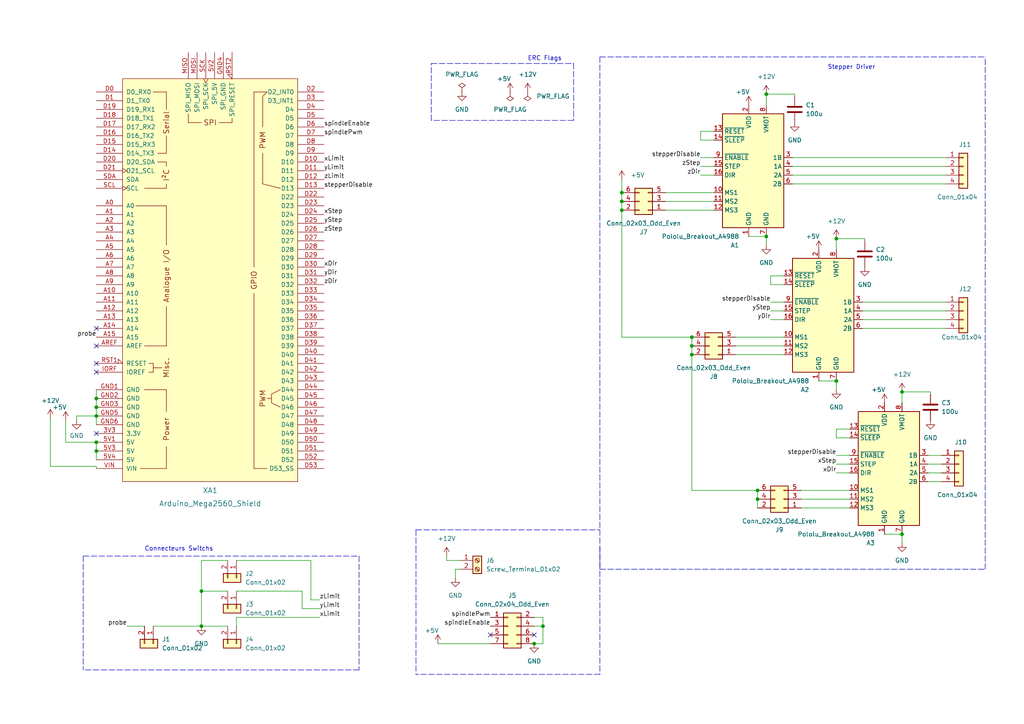
<source format=kicad_sch>
(kicad_sch (version 20211123) (generator eeschema)
  (paper "A4")
  (title_block (title "Carte mère PCBUS") (date "2022-04-15") (rev "1") (company "Équipe PCBUS, Université de Sherbrooke"))
  (lib_symbols
    (symbol "Connector:Screw_Terminal_01x02" (pin_names (offset 1.016) hide)
      (property "Reference" "J" (at 0 2.54 0))
      (property "Value" "Screw_Terminal_01x02" (at 0 -5.08 0))
      (symbol "Screw_Terminal_01x02_1_1"
        (rectangle (start -1.27 1.27) (end 1.27 -3.81) (stroke (width 0.254)) (fill (type background)))
        (circle (center 0 -2.54) (radius 0.635) (stroke (width 0.1524)))
        (polyline (pts (xy -0.5334 -2.2098) (xy 0.3302 -3.048)) (stroke (width 0.1524)))
        (polyline (pts (xy -0.5334 0.3302) (xy 0.3302 -0.508)) (stroke (width 0.1524)))
        (polyline (pts (xy -0.3556 -2.032) (xy 0.508 -2.8702)) (stroke (width 0.1524)))
        (polyline (pts (xy -0.3556 0.508) (xy 0.508 -0.3302)) (stroke (width 0.1524)))
        (circle (center 0 0) (radius 0.635) (stroke (width 0.1524)))
        (pin passive line (at -5.08 0 0) (length 3.81) (name "Pin_1") (number "1"))
        (pin passive line (at -5.08 -2.54 0) (length 3.81) (name "Pin_2") (number "2"))
      )
    )
    (symbol "Connector_Generic:Conn_01x02" (pin_names (offset 1.016) hide)
      (property "Reference" "J" (at 0 2.54 0))
      (property "Value" "Conn_01x02" (at 0 -5.08 0))
      (symbol "Conn_01x02_1_1"
        (rectangle (start -1.27 -2.413) (end 0 -2.667) (stroke (width 0.1524)))
        (rectangle (start -1.27 0.127) (end 0 -0.127) (stroke (width 0.1524)))
        (rectangle (start -1.27 1.27) (end 1.27 -3.81) (stroke (width 0.254)) (fill (type background)))
        (pin passive line (at -5.08 0 0) (length 3.81) (name "Pin_1") (number "1"))
        (pin passive line (at -5.08 -2.54 0) (length 3.81) (name "Pin_2") (number "2"))
      )
    )
    (symbol "Connector_Generic:Conn_01x04" (pin_names (offset 1.016) hide)
      (property "Reference" "J" (at 0 5.08 0))
      (property "Value" "Conn_01x04" (at 0 -7.62 0))
      (symbol "Conn_01x04_1_1"
        (rectangle (start -1.27 -4.953) (end 0 -5.207) (stroke (width 0.1524)))
        (rectangle (start -1.27 -2.413) (end 0 -2.667) (stroke (width 0.1524)))
        (rectangle (start -1.27 0.127) (end 0 -0.127) (stroke (width 0.1524)))
        (rectangle (start -1.27 2.667) (end 0 2.413) (stroke (width 0.1524)))
        (rectangle (start -1.27 3.81) (end 1.27 -6.35) (stroke (width 0.254)) (fill (type background)))
        (pin passive line (at -5.08 2.54 0) (length 3.81) (name "Pin_1") (number "1"))
        (pin passive line (at -5.08 0 0) (length 3.81) (name "Pin_2") (number "2"))
        (pin passive line (at -5.08 -2.54 0) (length 3.81) (name "Pin_3") (number "3"))
        (pin passive line (at -5.08 -5.08 0) (length 3.81) (name "Pin_4") (number "4"))
      )
    )
    (symbol "Connector_Generic:Conn_02x03_Odd_Even" (pin_names (offset 1.016) hide)
      (property "Reference" "J" (at 1.27 5.08 0))
      (property "Value" "Conn_02x03_Odd_Even" (at 1.27 -5.08 0))
      (symbol "Conn_02x03_Odd_Even_1_1"
        (rectangle (start -1.27 -2.413) (end 0 -2.667) (stroke (width 0.1524)))
        (rectangle (start -1.27 0.127) (end 0 -0.127) (stroke (width 0.1524)))
        (rectangle (start -1.27 2.667) (end 0 2.413) (stroke (width 0.1524)))
        (rectangle (start -1.27 3.81) (end 3.81 -3.81) (stroke (width 0.254)) (fill (type background)))
        (rectangle (start 3.81 -2.413) (end 2.54 -2.667) (stroke (width 0.1524)))
        (rectangle (start 3.81 0.127) (end 2.54 -0.127) (stroke (width 0.1524)))
        (rectangle (start 3.81 2.667) (end 2.54 2.413) (stroke (width 0.1524)))
        (pin passive line (at -5.08 2.54 0) (length 3.81) (name "Pin_1") (number "1"))
        (pin passive line (at 7.62 2.54 180) (length 3.81) (name "Pin_2") (number "2"))
        (pin passive line (at -5.08 0 0) (length 3.81) (name "Pin_3") (number "3"))
        (pin passive line (at 7.62 0 180) (length 3.81) (name "Pin_4") (number "4"))
        (pin passive line (at -5.08 -2.54 0) (length 3.81) (name "Pin_5") (number "5"))
        (pin passive line (at 7.62 -2.54 180) (length 3.81) (name "Pin_6") (number "6"))
      )
    )
    (symbol "Connector_Generic:Conn_02x04_Odd_Even" (pin_names (offset 1.016) hide)
      (property "Reference" "J" (at 1.27 5.08 0))
      (property "Value" "Conn_02x04_Odd_Even" (at 1.27 -7.62 0))
      (symbol "Conn_02x04_Odd_Even_1_1"
        (rectangle (start -1.27 -4.953) (end 0 -5.207) (stroke (width 0.1524)))
        (rectangle (start -1.27 -2.413) (end 0 -2.667) (stroke (width 0.1524)))
        (rectangle (start -1.27 0.127) (end 0 -0.127) (stroke (width 0.1524)))
        (rectangle (start -1.27 2.667) (end 0 2.413) (stroke (width 0.1524)))
        (rectangle (start -1.27 3.81) (end 3.81 -6.35) (stroke (width 0.254)) (fill (type background)))
        (rectangle (start 3.81 -4.953) (end 2.54 -5.207) (stroke (width 0.1524)))
        (rectangle (start 3.81 -2.413) (end 2.54 -2.667) (stroke (width 0.1524)))
        (rectangle (start 3.81 0.127) (end 2.54 -0.127) (stroke (width 0.1524)))
        (rectangle (start 3.81 2.667) (end 2.54 2.413) (stroke (width 0.1524)))
        (pin passive line (at -5.08 2.54 0) (length 3.81) (name "Pin_1") (number "1"))
        (pin passive line (at 7.62 2.54 180) (length 3.81) (name "Pin_2") (number "2"))
        (pin passive line (at -5.08 0 0) (length 3.81) (name "Pin_3") (number "3"))
        (pin passive line (at 7.62 0 180) (length 3.81) (name "Pin_4") (number "4"))
        (pin passive line (at -5.08 -2.54 0) (length 3.81) (name "Pin_5") (number "5"))
        (pin passive line (at 7.62 -2.54 180) (length 3.81) (name "Pin_6") (number "6"))
        (pin passive line (at -5.08 -5.08 0) (length 3.81) (name "Pin_7") (number "7"))
        (pin passive line (at 7.62 -5.08 180) (length 3.81) (name "Pin_8") (number "8"))
      )
    )
    (symbol "Device:C" (pin_numbers hide) (pin_names (offset 0.254))
      (property "Reference" "C" (at 0.635 2.54 0))
      (property "Value" "C" (at 0.635 -2.54 0))
      (symbol "C_0_1"
        (polyline (pts (xy -2.032 -0.762) (xy 2.032 -0.762)) (stroke (width 0.508)))
        (polyline (pts (xy -2.032 0.762) (xy 2.032 0.762)) (stroke (width 0.508)))
      )
      (symbol "C_1_1"
        (pin passive line (at 0 3.81 270) (length 2.794) (name "~") (number "1"))
        (pin passive line (at 0 -3.81 90) (length 2.794) (name "~") (number "2"))
      )
    )
    (symbol "Driver_Motor:Pololu_Breakout_A4988"
      (property "Reference" "A" (at -2.54 19.05 0))
      (property "Value" "Pololu_Breakout_A4988" (at -2.54 16.51 0))
      (symbol "Pololu_Breakout_A4988_0_1"
        (rectangle (start 10.16 -17.78) (end -7.62 15.24) (stroke (width 0.254)) (fill (type background)))
      )
      (symbol "Pololu_Breakout_A4988_1_1"
        (pin power_in line (at 0 -20.32 90) (length 2.54) (name "GND") (number "1"))
        (pin input line (at -10.16 -7.62 0) (length 2.54) (name "MS1") (number "10"))
        (pin input line (at -10.16 -10.16 0) (length 2.54) (name "MS2") (number "11"))
        (pin input line (at -10.16 -12.7 0) (length 2.54) (name "MS3") (number "12"))
        (pin input line (at -10.16 10.16 0) (length 2.54) (name "~{RESET}") (number "13"))
        (pin input line (at -10.16 7.62 0) (length 2.54) (name "~{SLEEP}") (number "14"))
        (pin input line (at -10.16 0 0) (length 2.54) (name "STEP") (number "15"))
        (pin input line (at -10.16 -2.54 0) (length 2.54) (name "DIR") (number "16"))
        (pin power_in line (at 0 17.78 270) (length 2.54) (name "VDD") (number "2"))
        (pin output line (at 12.7 2.54 180) (length 2.54) (name "1B") (number "3"))
        (pin output line (at 12.7 0 180) (length 2.54) (name "1A") (number "4"))
        (pin output line (at 12.7 -2.54 180) (length 2.54) (name "2A") (number "5"))
        (pin output line (at 12.7 -5.08 180) (length 2.54) (name "2B") (number "6"))
        (pin power_in line (at 5.08 -20.32 90) (length 2.54) (name "GND") (number "7"))
        (pin power_in line (at 5.08 17.78 270) (length 2.54) (name "VMOT") (number "8"))
        (pin input line (at -10.16 2.54 0) (length 2.54) (name "~{ENABLE}") (number "9"))
      )
    )
    (symbol "arduino:Arduino_Mega2560_Shield" (pin_names (offset 1.016))
      (property "Reference" "XA" (at 2.54 0 90))
      (property "Value" "Arduino_Mega2560_Shield" (at -2.54 0 90))
      (symbol "Arduino_Mega2560_Shield_0_0"
        (rectangle (start -25.4 -58.42) (end 25.4 58.42) (fill (type background)))
        (rectangle (start -20.32 -54.61) (end -12.7 -54.61))
        (rectangle (start -19.05 -31.75) (end -12.7 -31.75))
        (rectangle (start -19.05 -19.05) (end -12.7 -19.05))
        (rectangle (start -19.05 26.67) (end -12.7 26.67))
        (rectangle (start -17.78 -26.67) (end -16.51 -26.67))
        (rectangle (start -17.78 -24.13) (end -16.51 -24.13))
        (rectangle (start -16.51 -25.4) (end -13.97 -25.4))
        (rectangle (start -16.51 -24.13) (end -16.51 -26.67))
        (rectangle (start -16.51 54.61) (end -12.7 54.61))
        (rectangle (start -15.24 34.29) (end -12.7 34.29))
        (rectangle (start -15.24 36.83) (end -12.7 36.83))
        (rectangle (start -12.7 -54.61) (end -12.7 -48.26))
        (rectangle (start -12.7 -31.75) (end -12.7 -38.1))
        (rectangle (start -12.7 26.67) (end -12.7 27.94))
        (rectangle (start -12.7 34.29) (end -12.7 33.02))
        (rectangle (start -12.7 41.91) (end -12.7 36.83))
        (rectangle (start -12.7 49.53) (end -12.7 54.61))
        (rectangle (start -6.35 48.26) (end -6.35 45.72))
        (rectangle (start -2.54 45.72) (end -6.35 45.72))
        (polyline (pts (xy -21.59 21.59) (xy -12.7 21.59)))
        (polyline (pts (xy -12.7 -19.05) (xy -12.7 -7.62)))
        (polyline (pts (xy -12.7 10.16) (xy -12.7 21.59)))
        (polyline (pts (xy 12.7 -54.61) (xy 16.51 -54.61)))
        (polyline (pts (xy 12.7 54.61) (xy 16.51 54.61)))
        (polyline (pts (xy 17.78 -34.29) (xy 16.51 -34.29)))
        (polyline (pts (xy 15.24 36.83) (xy 15.24 27.94) (xy 20.32 26.67)))
        (polyline (pts (xy 15.24 44.45) (xy 15.24 53.34) (xy 16.51 54.61)))
        (polyline (pts (xy 20.32 -31.75) (xy 17.78 -33.02) (xy 17.78 -35.56) (xy 20.32 -36.83)))
        (rectangle (start 6.35 45.72) (end 2.54 45.72))
        (rectangle (start 6.35 46.99) (end 6.35 45.72))
        (text "Analogue I/O" (at -12.7 1.27 900) (effects (font (size 1.524 1.524))))
        (text "I²C" (at -12.7 30.48 900) (effects (font (size 1.524 1.524))))
        (text "Misc." (at -12.7 -25.4 900) (effects (font (size 1.524 1.524))))
        (text "Power" (at -12.7 -43.18 900) (effects (font (size 1.524 1.524))))
        (text "PWM" (at 15.24 -34.29 900) (effects (font (size 1.524 1.524))))
        (text "PWM" (at 15.24 40.64 900) (effects (font (size 1.524 1.524))))
        (text "Serial" (at -12.7 45.72 900) (effects (font (size 1.524 1.524))))
        (text "SPI" (at 0 45.72 0) (effects (font (size 1.524 1.524))))
      )
      (symbol "Arduino_Mega2560_Shield_1_0"
        (rectangle (start 12.7 -54.61) (end 12.7 -3.81))
        (rectangle (start 12.7 54.61) (end 12.7 3.81))
        (text "GPIO" (at 12.7 0 900) (effects (font (size 1.524 1.524))))
      )
      (symbol "Arduino_Mega2560_Shield_1_1"
        (pin power_in line (at -33.02 -44.45 0) (length 7.62) (name "3.3V") (number "3V3"))
        (pin power_in line (at -33.02 -46.99 0) (length 7.62) (name "5V") (number "5V1"))
        (pin power_in line (at 1.27 66.04 270) (length 7.62) (name "SPI_5V") (number "5V2"))
        (pin power_in line (at -33.02 -49.53 0) (length 7.62) (name "5V") (number "5V3"))
        (pin power_in line (at -33.02 -52.07 0) (length 7.62) (name "5V") (number "5V4"))
        (pin bidirectional line (at -33.02 21.59 0) (length 7.62) (name "A0") (number "A0"))
        (pin bidirectional line (at -33.02 19.05 0) (length 7.62) (name "A1") (number "A1"))
        (pin bidirectional line (at -33.02 -3.81 0) (length 7.62) (name "A10") (number "A10"))
        (pin bidirectional line (at -33.02 -6.35 0) (length 7.62) (name "A11") (number "A11"))
        (pin bidirectional line (at -33.02 -8.89 0) (length 7.62) (name "A12") (number "A12"))
        (pin bidirectional line (at -33.02 -11.43 0) (length 7.62) (name "A13") (number "A13"))
        (pin bidirectional line (at -33.02 -13.97 0) (length 7.62) (name "A14") (number "A14"))
        (pin bidirectional line (at -33.02 -16.51 0) (length 7.62) (name "A15") (number "A15"))
        (pin bidirectional line (at -33.02 16.51 0) (length 7.62) (name "A2") (number "A2"))
        (pin bidirectional line (at -33.02 13.97 0) (length 7.62) (name "A3") (number "A3"))
        (pin bidirectional line (at -33.02 11.43 0) (length 7.62) (name "A4") (number "A4"))
        (pin bidirectional line (at -33.02 8.89 0) (length 7.62) (name "A5") (number "A5"))
        (pin bidirectional line (at -33.02 6.35 0) (length 7.62) (name "A6") (number "A6"))
        (pin bidirectional line (at -33.02 3.81 0) (length 7.62) (name "A7") (number "A7"))
        (pin bidirectional line (at -33.02 1.27 0) (length 7.62) (name "A8") (number "A8"))
        (pin bidirectional line (at -33.02 -1.27 0) (length 7.62) (name "A9") (number "A9"))
        (pin input line (at -33.02 -19.05 0) (length 7.62) (name "AREF") (number "AREF"))
        (pin bidirectional line (at -33.02 54.61 0) (length 7.62) (name "D0_RX0") (number "D0"))
        (pin bidirectional line (at -33.02 52.07 0) (length 7.62) (name "D1_TX0") (number "D1"))
        (pin bidirectional line (at 33.02 34.29 180) (length 7.62) (name "D10") (number "D10"))
        (pin bidirectional line (at 33.02 31.75 180) (length 7.62) (name "D11") (number "D11"))
        (pin bidirectional line (at 33.02 29.21 180) (length 7.62) (name "D12") (number "D12"))
        (pin bidirectional line (at 33.02 26.67 180) (length 7.62) (name "D13") (number "D13"))
        (pin bidirectional line (at -33.02 36.83 0) (length 7.62) (name "D14_TX3") (number "D14"))
        (pin bidirectional line (at -33.02 39.37 0) (length 7.62) (name "D15_RX3") (number "D15"))
        (pin bidirectional line (at -33.02 41.91 0) (length 7.62) (name "D16_TX2") (number "D16"))
        (pin bidirectional line (at -33.02 44.45 0) (length 7.62) (name "D17_RX2") (number "D17"))
        (pin bidirectional line (at -33.02 46.99 0) (length 7.62) (name "D18_TX1") (number "D18"))
        (pin bidirectional line (at -33.02 49.53 0) (length 7.62) (name "D19_RX1") (number "D19"))
        (pin bidirectional line (at 33.02 54.61 180) (length 7.62) (name "D2_INT0") (number "D2"))
        (pin bidirectional line (at -33.02 34.29 0) (length 7.62) (name "D20_SDA") (number "D20"))
        (pin bidirectional clock (at -33.02 31.75 0) (length 7.62) (name "D21_SCL") (number "D21"))
        (pin bidirectional line (at 33.02 24.13 180) (length 7.62) (name "D22") (number "D22"))
        (pin bidirectional line (at 33.02 21.59 180) (length 7.62) (name "D23") (number "D23"))
        (pin bidirectional line (at 33.02 19.05 180) (length 7.62) (name "D24") (number "D24"))
        (pin bidirectional line (at 33.02 16.51 180) (length 7.62) (name "D25") (number "D25"))
        (pin bidirectional line (at 33.02 13.97 180) (length 7.62) (name "D26") (number "D26"))
        (pin bidirectional line (at 33.02 11.43 180) (length 7.62) (name "D27") (number "D27"))
        (pin bidirectional line (at 33.02 8.89 180) (length 7.62) (name "D28") (number "D28"))
        (pin bidirectional line (at 33.02 6.35 180) (length 7.62) (name "D29") (number "D29"))
        (pin bidirectional line (at 33.02 52.07 180) (length 7.62) (name "D3_INT1") (number "D3"))
        (pin bidirectional line (at 33.02 3.81 180) (length 7.62) (name "D30") (number "D30"))
        (pin bidirectional line (at 33.02 1.27 180) (length 7.62) (name "D31") (number "D31"))
        (pin bidirectional line (at 33.02 -1.27 180) (length 7.62) (name "D32") (number "D32"))
        (pin bidirectional line (at 33.02 -3.81 180) (length 7.62) (name "D33") (number "D33"))
        (pin bidirectional line (at 33.02 -6.35 180) (length 7.62) (name "D34") (number "D34"))
        (pin bidirectional line (at 33.02 -8.89 180) (length 7.62) (name "D35") (number "D35"))
        (pin bidirectional line (at 33.02 -11.43 180) (length 7.62) (name "D36") (number "D36"))
        (pin bidirectional line (at 33.02 -13.97 180) (length 7.62) (name "D37") (number "D37"))
        (pin bidirectional line (at 33.02 -16.51 180) (length 7.62) (name "D38") (number "D38"))
        (pin bidirectional line (at 33.02 -19.05 180) (length 7.62) (name "D39") (number "D39"))
        (pin bidirectional line (at 33.02 49.53 180) (length 7.62) (name "D4") (number "D4"))
        (pin bidirectional line (at 33.02 -21.59 180) (length 7.62) (name "D40") (number "D40"))
        (pin bidirectional line (at 33.02 -24.13 180) (length 7.62) (name "D41") (number "D41"))
        (pin bidirectional line (at 33.02 -26.67 180) (length 7.62) (name "D42") (number "D42"))
        (pin bidirectional line (at 33.02 -29.21 180) (length 7.62) (name "D43") (number "D43"))
        (pin bidirectional line (at 33.02 -31.75 180) (length 7.62) (name "D44") (number "D44"))
        (pin bidirectional line (at 33.02 -34.29 180) (length 7.62) (name "D45") (number "D45"))
        (pin bidirectional line (at 33.02 -36.83 180) (length 7.62) (name "D46") (number "D46"))
        (pin bidirectional line (at 33.02 -39.37 180) (length 7.62) (name "D47") (number "D47"))
        (pin bidirectional line (at 33.02 -41.91 180) (length 7.62) (name "D48") (number "D48"))
        (pin bidirectional line (at 33.02 -44.45 180) (length 7.62) (name "D49") (number "D49"))
        (pin bidirectional line (at 33.02 46.99 180) (length 7.62) (name "D5") (number "D5"))
        (pin bidirectional line (at 33.02 -46.99 180) (length 7.62) (name "D50") (number "D50"))
        (pin bidirectional line (at 33.02 -49.53 180) (length 7.62) (name "D51") (number "D51"))
        (pin bidirectional line (at 33.02 -52.07 180) (length 7.62) (name "D52") (number "D52"))
        (pin bidirectional line (at 33.02 -54.61 180) (length 7.62) (name "D53_SS") (number "D53"))
        (pin bidirectional line (at 33.02 44.45 180) (length 7.62) (name "D6") (number "D6"))
        (pin bidirectional line (at 33.02 41.91 180) (length 7.62) (name "D7") (number "D7"))
        (pin bidirectional line (at 33.02 39.37 180) (length 7.62) (name "D8") (number "D8"))
        (pin bidirectional line (at 33.02 36.83 180) (length 7.62) (name "D9") (number "D9"))
        (pin power_in line (at -33.02 -31.75 0) (length 7.62) (name "GND") (number "GND1"))
        (pin power_in line (at -33.02 -34.29 0) (length 7.62) (name "GND") (number "GND2"))
        (pin power_in line (at -33.02 -36.83 0) (length 7.62) (name "GND") (number "GND3"))
        (pin power_in line (at 3.81 66.04 270) (length 7.62) (name "SPI_GND") (number "GND4"))
        (pin power_in line (at -33.02 -39.37 0) (length 7.62) (name "GND") (number "GND5"))
        (pin power_in line (at -33.02 -41.91 0) (length 7.62) (name "GND") (number "GND6"))
        (pin output line (at -33.02 -26.67 0) (length 7.62) (name "IOREF") (number "IORF"))
        (pin input line (at -6.35 66.04 270) (length 7.62) (name "SPI_MISO") (number "MISO"))
        (pin output line (at -3.81 66.04 270) (length 7.62) (name "SPI_MOSI") (number "MOSI"))
        (pin open_collector input_low (at -33.02 -24.13 0) (length 7.62) (name "RESET") (number "RST1"))
        (pin open_collector input_low (at 6.35 66.04 270) (length 7.62) (name "SPI_RESET") (number "RST2"))
        (pin output clock (at -1.27 66.04 270) (length 7.62) (name "SPI_SCK") (number "SCK"))
        (pin bidirectional clock (at -33.02 26.67 0) (length 7.62) (name "SCL") (number "SCL"))
        (pin bidirectional line (at -33.02 29.21 0) (length 7.62) (name "SDA") (number "SDA"))
        (pin power_in line (at -33.02 -54.61 0) (length 7.62) (name "VIN") (number "VIN"))
      )
    )
    (symbol "power:+12V" (power) (pin_names (offset 0))
      (property "Value" "+12V" (at 0 3.556 0))
      (symbol "+12V_0_1"
        (polyline (pts (xy -0.762 1.27) (xy 0 2.54)))
        (polyline (pts (xy 0 0) (xy 0 2.54)))
        (polyline (pts (xy 0 2.54) (xy 0.762 1.27)))
      )
      (symbol "+12V_1_1"
        (pin power_in line (at 0 0 90) (length 0) hide (name "+12V") (number "1"))
      )
    )
    (symbol "power:+5V" (power) (pin_names (offset 0))
      (property "Value" "+5V" (at 0 3.556 0))
      (symbol "+5V_0_1"
        (polyline (pts (xy -0.762 1.27) (xy 0 2.54)))
        (polyline (pts (xy 0 0) (xy 0 2.54)))
        (polyline (pts (xy 0 2.54) (xy 0.762 1.27)))
      )
      (symbol "+5V_1_1"
        (pin power_in line (at 0 0 90) (length 0) hide (name "+5V") (number "1"))
      )
    )
    (symbol "power:GND" (power) (pin_names (offset 0))
      (property "Value" "GND" (at 0 -3.81 0))
      (symbol "GND_0_1"
        (polyline (pts (xy 0 0) (xy 0 -1.27) (xy 1.27 -1.27) (xy 0 -2.54) (xy -1.27 -1.27) (xy 0 -1.27)))
      )
      (symbol "GND_1_1"
        (pin power_in line (at 0 0 270) (length 0) hide (name "GND") (number "1"))
      )
    )
    (symbol "power:PWR_FLAG" (power) (pin_numbers hide) (pin_names (offset 0) hide)
      (property "Value" "PWR_FLAG" (at 0 3.81 0))
      (symbol "PWR_FLAG_0_0"
        (pin power_out line (at 0 0 90) (length 0) (name "pwr") (number "1"))
      )
      (symbol "PWR_FLAG_0_1"
        (polyline (pts (xy 0 0) (xy 0 1.27) (xy -1.016 1.905) (xy 0 2.54) (xy 1.016 1.905) (xy 0 1.27)))
      )
    )
  )
  (junction (at 58.42 171.45))
  (junction (at 27.94 118.11))
  (junction (at 200.66 102.87))
  (junction (at 200.66 97.79))
  (junction (at 222.25 68.58))
  (junction (at 261.62 113.665))
  (junction (at 27.94 115.57))
  (junction (at 242.57 69.215))
  (junction (at 200.66 100.33))
  (junction (at 180.34 58.42))
  (junction (at 180.34 60.96))
  (junction (at 27.94 120.65))
  (junction (at 261.62 154.94))
  (junction (at 219.71 142.24))
  (junction (at 242.57 110.49))
  (junction (at 219.71 144.78))
  (junction (at 27.94 128.27))
  (junction (at 27.94 130.81))
  (junction (at 180.34 55.88))
  (junction (at 154.94 186.69))
  (junction (at 58.42 181.61))
  (junction (at 157.48 181.61))
  (junction (at 222.25 27.305))
  (no_connect (at 27.94 105.41))
  (no_connect (at 27.94 100.33))
  (no_connect (at 27.94 125.73))
  (no_connect (at 154.94 184.15))
  (no_connect (at 142.24 184.15))
  (no_connect (at 27.94 107.95))
  (no_connect (at 27.94 95.25))
  (wire (pts (xy 237.49 110.49) (xy 242.57 110.49)))
  (wire (pts (xy 242.57 132.08) (xy 246.38 132.08)))
  (polyline (pts (xy 173.99 158.75) (xy 173.99 195.58)))
  (polyline (pts (xy 173.99 195.58) (xy 120.65 195.58)))
  (wire (pts (xy 22.225 120.65) (xy 22.225 121.92)))
  (wire (pts (xy 242.57 124.46) (xy 246.38 124.46)))
  (polyline (pts (xy 24.13 161.29) (xy 24.13 194.31)))
  (polyline (pts (xy 285.75 165.1) (xy 285.75 16.51)))
  (wire (pts (xy 250.19 92.71) (xy 274.32 92.71)))
  (wire (pts (xy 207.01 40.64) (xy 203.2 40.64)))
  (wire (pts (xy 157.48 186.69) (xy 154.94 186.69)))
  (wire (pts (xy 203.2 45.72) (xy 207.01 45.72)))
  (wire (pts (xy 250.19 95.25) (xy 274.32 95.25)))
  (wire (pts (xy 230.505 27.305) (xy 230.505 27.94)))
  (polyline (pts (xy 173.99 165.1) (xy 285.75 165.1)))
  (wire (pts (xy 227.33 100.33) (xy 213.36 100.33)))
  (wire (pts (xy 68.58 179.07) (xy 68.58 181.61)))
  (wire (pts (xy 207.01 55.88) (xy 193.04 55.88)))
  (polyline (pts (xy 173.99 16.51) (xy 285.75 16.51)))
  (wire (pts (xy 207.01 60.96) (xy 193.04 60.96)))
  (wire (pts (xy 58.42 162.56) (xy 58.42 171.45)))
  (wire (pts (xy 27.94 120.65) (xy 22.225 120.65)))
  (wire (pts (xy 27.94 130.81) (xy 27.94 133.35)))
  (wire (pts (xy 261.62 113.665) (xy 261.62 116.84)))
  (wire (pts (xy 58.42 181.61) (xy 66.04 181.61)))
  (wire (pts (xy 203.2 50.8) (xy 207.01 50.8)))
  (wire (pts (xy 222.25 68.58) (xy 222.25 71.12)))
  (wire (pts (xy 242.57 69.215) (xy 242.57 72.39)))
  (wire (pts (xy 127 186.69) (xy 142.24 186.69)))
  (wire (pts (xy 219.71 142.24) (xy 200.66 142.24)))
  (wire (pts (xy 133.35 165.1) (xy 132.08 165.1)))
  (polyline (pts (xy 166.37 34.925) (xy 125.095 34.925)))
  (wire (pts (xy 129.54 162.56) (xy 129.54 161.29)))
  (wire (pts (xy 36.83 181.61) (xy 41.91 181.61)))
  (polyline (pts (xy 125.095 34.925) (xy 125.095 18.415)))
  (wire (pts (xy 222.25 27.305) (xy 230.505 27.305)))
  (polyline (pts (xy 104.14 194.31) (xy 24.13 194.31)))
  (wire (pts (xy 250.825 69.215) (xy 250.825 69.85)))
  (wire (pts (xy 242.57 127) (xy 242.57 124.46)))
  (wire (pts (xy 157.48 181.61) (xy 157.48 186.69)))
  (wire (pts (xy 229.87 53.34) (xy 274.32 53.34)))
  (wire (pts (xy 227.33 102.87) (xy 213.36 102.87)))
  (wire (pts (xy 132.08 165.1) (xy 132.08 167.64)))
  (wire (pts (xy 92.71 176.53) (xy 87.63 176.53)))
  (wire (pts (xy 200.66 142.24) (xy 200.66 102.87)))
  (wire (pts (xy 27.94 123.19) (xy 27.94 120.65)))
  (wire (pts (xy 269.24 137.16) (xy 273.05 137.16)))
  (wire (pts (xy 256.54 154.94) (xy 261.62 154.94)))
  (polyline (pts (xy 120.65 158.75) (xy 120.65 195.58)))
  (polyline (pts (xy 24.13 161.29) (xy 104.14 161.29)))
  (wire (pts (xy 180.34 60.96) (xy 180.34 58.42)))
  (wire (pts (xy 261.62 154.94) (xy 261.62 157.48)))
  (wire (pts (xy 250.19 87.63) (xy 274.32 87.63)))
  (wire (pts (xy 157.48 181.61) (xy 157.48 179.07)))
  (wire (pts (xy 154.94 181.61) (xy 157.48 181.61)))
  (wire (pts (xy 133.35 162.56) (xy 129.54 162.56)))
  (polyline (pts (xy 125.095 18.415) (xy 166.37 18.415)))
  (wire (pts (xy 219.71 147.32) (xy 219.71 144.78)))
  (wire (pts (xy 229.87 48.26) (xy 274.32 48.26)))
  (polyline (pts (xy 166.37 18.415) (xy 166.37 34.925)))
  (wire (pts (xy 27.94 128.27) (xy 27.94 130.81)))
  (wire (pts (xy 261.62 113.665) (xy 269.875 113.665)))
  (wire (pts (xy 87.63 176.53) (xy 87.63 171.45)))
  (wire (pts (xy 229.87 50.8) (xy 274.32 50.8)))
  (wire (pts (xy 66.04 171.45) (xy 58.42 171.45)))
  (wire (pts (xy 154.94 179.07) (xy 157.48 179.07)))
  (wire (pts (xy 19.05 121.92) (xy 19.05 128.27)))
  (polyline (pts (xy 173.99 16.51) (xy 173.99 165.1)))
  (polyline (pts (xy 120.65 153.67) (xy 173.99 153.67)))
  (wire (pts (xy 180.34 58.42) (xy 180.34 55.88)))
  (wire (pts (xy 227.33 82.55) (xy 223.52 82.55)))
  (wire (pts (xy 203.2 38.1) (xy 207.01 38.1)))
  (wire (pts (xy 90.17 173.99) (xy 90.17 162.56)))
  (wire (pts (xy 66.04 162.56) (xy 58.42 162.56)))
  (wire (pts (xy 269.24 139.7) (xy 273.05 139.7)))
  (wire (pts (xy 27.94 135.255) (xy 27.94 135.89)))
  (wire (pts (xy 242.57 137.16) (xy 246.38 137.16)))
  (wire (pts (xy 269.24 134.62) (xy 273.05 134.62)))
  (wire (pts (xy 92.71 173.99) (xy 90.17 173.99)))
  (wire (pts (xy 246.38 144.78) (xy 232.41 144.78)))
  (wire (pts (xy 222.25 27.305) (xy 222.25 30.48)))
  (wire (pts (xy 44.45 181.61) (xy 58.42 181.61)))
  (wire (pts (xy 14.605 121.285) (xy 14.605 135.255)))
  (polyline (pts (xy 120.65 153.67) (xy 120.65 158.75)))
  (wire (pts (xy 242.57 110.49) (xy 242.57 113.03)))
  (wire (pts (xy 203.2 40.64) (xy 203.2 38.1)))
  (wire (pts (xy 223.52 80.01) (xy 227.33 80.01)))
  (wire (pts (xy 87.63 171.45) (xy 68.58 171.45)))
  (wire (pts (xy 200.66 100.33) (xy 200.66 102.87)))
  (wire (pts (xy 242.57 69.215) (xy 250.825 69.215)))
  (wire (pts (xy 27.94 113.03) (xy 27.94 115.57)))
  (wire (pts (xy 200.66 97.79) (xy 200.66 100.33)))
  (wire (pts (xy 219.71 142.24) (xy 219.71 144.78)))
  (wire (pts (xy 19.05 128.27) (xy 27.94 128.27)))
  (wire (pts (xy 58.42 171.45) (xy 58.42 181.61)))
  (wire (pts (xy 246.38 127) (xy 242.57 127)))
  (wire (pts (xy 92.71 179.07) (xy 68.58 179.07)))
  (wire (pts (xy 27.94 118.11) (xy 27.94 120.65)))
  (wire (pts (xy 269.24 132.08) (xy 273.05 132.08)))
  (wire (pts (xy 227.33 97.79) (xy 213.36 97.79)))
  (wire (pts (xy 14.605 135.255) (xy 27.94 135.255)))
  (wire (pts (xy 203.2 48.26) (xy 207.01 48.26)))
  (wire (pts (xy 27.94 115.57) (xy 27.94 118.11)))
  (wire (pts (xy 223.52 90.17) (xy 227.33 90.17)))
  (wire (pts (xy 246.38 147.32) (xy 232.41 147.32)))
  (wire (pts (xy 180.34 52.07) (xy 180.34 55.88)))
  (polyline (pts (xy 104.14 161.29) (xy 104.14 194.31)))
  (wire (pts (xy 242.57 134.62) (xy 246.38 134.62)))
  (wire (pts (xy 223.52 92.71) (xy 227.33 92.71)))
  (wire (pts (xy 180.34 97.79) (xy 200.66 97.79)))
  (wire (pts (xy 223.52 82.55) (xy 223.52 80.01)))
  (wire (pts (xy 180.34 60.96) (xy 180.34 97.79)))
  (wire (pts (xy 217.17 68.58) (xy 222.25 68.58)))
  (wire (pts (xy 229.87 45.72) (xy 274.32 45.72)))
  (wire (pts (xy 269.875 113.665) (xy 269.875 114.3)))
  (wire (pts (xy 90.17 162.56) (xy 68.58 162.56)))
  (wire (pts (xy 207.01 58.42) (xy 193.04 58.42)))
  (wire (pts (xy 250.19 90.17) (xy 274.32 90.17)))
  (wire (pts (xy 246.38 142.24) (xy 232.41 142.24)))
  (wire (pts (xy 223.52 87.63) (xy 227.33 87.63)))
  (text "Stepper Driver" (at 240.03 20.32 0) (effects (font (size 1.27 1.27)) (justify left bottom)))
  (text "ERC Flags" (at 153.035 17.78 0) (effects (font (size 1.27 1.27)) (justify left bottom)))
  (text "Connecteurs Switchs" (at 41.91 160.02 0) (effects (font (size 1.27 1.27)) (justify left bottom)))
  (label "spindleEnable" (at 93.98 36.83 0))
  (label "xStep" (at 93.98 62.23 0))
  (label "spindlePwm" (at 142.24 179.07 180))
  (label "probe" (at 36.83 181.61 180))
  (label "zDir" (at 203.2 50.8 180))
  (label "spindlePwm" (at 93.98 39.37 0))
  (label "stepperDisable" (at 93.98 54.61 0))
  (label "probe" (at 27.94 97.79 180))
  (label "xLimit" (at 93.98 46.99 0))
  (label "zDir" (at 93.98 82.55 0))
  (label "stepperDisable" (at 223.52 87.63 180))
  (label "xStep" (at 242.57 134.62 180))
  (label "stepperDisable" (at 242.57 132.08 180))
  (label "yDir" (at 223.52 92.71 180))
  (label "yDir" (at 93.98 80.01 0))
  (label "yLimit" (at 93.98 49.53 0))
  (label "yLimit" (at 92.71 176.53 0))
  (label "zStep" (at 93.98 67.31 0))
  (label "xDir" (at 93.98 77.47 0))
  (label "xDir" (at 242.57 137.16 180))
  (label "stepperDisable" (at 203.2 45.72 180))
  (label "zLimit" (at 93.98 52.07 0))
  (label "zLimit" (at 92.71 173.99 0))
  (label "yStep" (at 93.98 64.77 0))
  (label "spindleEnable" (at 142.24 181.61 180))
  (label "yStep" (at 223.52 90.17 180))
  (label "zStep" (at 203.2 48.26 180))
  (label "xLimit" (at 92.71 179.07 0))
  (symbol (lib_id "power:PWR_FLAG") (at 153.035 26.67 180) (unit 1)
    (property "Reference" "#FLG03" (effects hide))
    (property "Value" "PWR_FLAG" (at 155.575 27.9399 0) (effects (justify right)))
  )
  (symbol (lib_id "power:PWR_FLAG") (at 147.955 26.67 180) (unit 1)
    (property "Reference" "#FLG02" (effects hide))
    (property "Value" "PWR_FLAG" (at 147.955 31.75 0))
  )
  (symbol (lib_id "power:PWR_FLAG") (at 133.985 26.67 0) (unit 1)
    (property "Reference" "#FLG01" (effects hide))
    (property "Value" "PWR_FLAG" (at 133.985 21.59 0))
  )
  (symbol (lib_id "power:+12V") (at 153.035 26.67 0) (unit 1)
    (property "Reference" "#PWR03" (effects hide))
    (property "Value" "+12V" (at 153.035 21.59 0))
  )
  (symbol (lib_id "power:+5V") (at 147.955 26.67 0) (mirror y) (unit 1)
    (property "Reference" "#PWR02" (effects hide))
    (property "Value" "+5V" (at 144.145 22.86 0) (effects (justify right)))
  )
  (symbol (lib_id "Driver_Motor:Pololu_Breakout_A4988") (at 217.17 48.26 0) (unit 1)
    (property "Reference" "A1" (at 214.4013 71.12 0) (effects (justify right)))
    (property "Value" "Pololu_Breakout_A4988" (at 214.4013 68.58 0) (effects (justify right)))
    (property "Footprint" "Module:Pololu_Breakout-16_15.2x20.3mm" (effects hide))
    (property "Datasheet" "https://www.pololu.com/product/2980/pictures" (effects hide))
  )
  (symbol (lib_id "power:+12V") (at 222.25 27.305 0) (unit 1)
    (property "Reference" "#PWR0108" (effects hide))
    (property "Value" "+12V" (at 222.25 22.225 0))
  )
  (symbol (lib_id "Device:C") (at 250.825 73.66 0) (unit 1)
    (property "Reference" "C2" (at 254 72.3899 0) (effects (justify left)))
    (property "Value" "100u" (at 254 74.9299 0) (effects (justify left)))
    (property "Footprint" "Capacitor_THT:CP_Radial_D8.0mm_P3.50mm" (effects hide))
  )
  (symbol (lib_id "Connector_Generic:Conn_02x04_Odd_Even") (at 147.32 181.61 0) (unit 1)
    (property "Reference" "J5" (at 148.59 172.72 0))
    (property "Value" "Conn_02x04_Odd_Even" (at 148.59 175.26 0))
  )
  (symbol (lib_id "Connector_Generic:Conn_02x03_Odd_Even") (at 208.28 100.33 180) (unit 1)
    (property "Reference" "J8" (at 207.01 109.22 0))
    (property "Value" "Conn_02x03_Odd_Even" (at 207.01 106.68 0))
    (property "Footprint" "Connector_PinHeader_2.54mm:PinHeader_2x03_P2.54mm_Vertical" (effects hide))
  )
  (symbol (lib_id "power:+5V") (at 127 186.69 0) (mirror y) (unit 1)
    (property "Reference" "#PWR04" (effects hide))
    (property "Value" "+5V" (at 123.19 182.88 0) (effects (justify right)))
  )
  (symbol (lib_id "power:+5V") (at 237.49 72.39 0) (mirror y) (unit 1)
    (property "Reference" "#PWR0106" (effects hide))
    (property "Value" "+5V" (at 233.68 68.58 0) (effects (justify right)))
  )
  (symbol (lib_id "Connector_Generic:Conn_01x04") (at 278.13 134.62 0) (unit 1)
    (property "Reference" "J10" (at 276.86 128.27 0) (effects (justify left)))
    (property "Value" "Conn_01x04" (at 271.78 143.51 0) (effects (justify left)))
    (property "Footprint" "Connector_PinHeader_2.54mm:PinHeader_1x04_P2.54mm_Vertical" (effects hide))
  )
  (symbol (lib_id "power:GND") (at 261.62 157.48 0) (unit 1)
    (property "Reference" "#PWR0101" (effects hide))
    (property "Value" "GND" (at 261.62 162.56 0))
  )
  (symbol (lib_id "Device:C") (at 230.505 31.75 0) (unit 1)
    (property "Reference" "C1" (at 233.68 30.4799 0) (effects (justify left)))
    (property "Value" "100u" (at 233.68 33.0199 0) (effects (justify left)))
    (property "Footprint" "Capacitor_THT:CP_Radial_D8.0mm_P3.50mm" (effects hide))
  )
  (symbol (lib_id "power:GND") (at 22.225 121.92 0) (unit 1)
    (property "Reference" "#PWR0114" (effects hide))
    (property "Value" "GND" (at 22.225 126.365 0))
  )
  (symbol (lib_id "power:GND") (at 222.25 71.12 0) (unit 1)
    (property "Reference" "#PWR0105" (effects hide))
    (property "Value" "GND" (at 222.25 76.2 0))
  )
  (symbol (lib_id "power:GND") (at 132.08 167.64 0) (unit 1)
    (property "Reference" "#PWR0120" (effects hide))
    (property "Value" "GND" (at 132.08 172.72 0))
  )
  (symbol (lib_id "power:+5V") (at 180.34 52.07 0) (mirror y) (unit 1)
    (property "Reference" "#PWR0110" (effects hide))
    (property "Value" "+5V" (at 182.88 50.7999 0) (effects (justify right)))
  )
  (symbol (lib_id "power:+5V") (at 256.54 116.84 0) (mirror y) (unit 1)
    (property "Reference" "#PWR0103" (effects hide))
    (property "Value" "+5V" (at 252.73 113.03 0) (effects (justify right)))
  )
  (symbol (lib_id "Connector_Generic:Conn_01x04") (at 279.4 90.17 0) (unit 1)
    (property "Reference" "J12" (at 278.13 83.82 0) (effects (justify left)))
    (property "Value" "Conn_01x04" (at 273.05 97.79 0) (effects (justify left)))
    (property "Footprint" "Connector_PinHeader_2.54mm:PinHeader_1x04_P2.54mm_Vertical" (effects hide))
  )
  (symbol (lib_id "power:GND") (at 133.985 26.67 0) (unit 1)
    (property "Reference" "#PWR01" (effects hide))
    (property "Value" "GND" (at 133.985 31.75 0))
  )
  (symbol (lib_id "Connector_Generic:Conn_01x02") (at 68.58 176.53 270) (unit 1)
    (property "Reference" "J3" (at 71.12 175.2599 90) (effects (justify left)))
    (property "Value" "Conn_01x02" (at 71.12 177.7999 90) (effects (justify left)))
    (property "Footprint" "Connector_JST:JST_EH_B2B-EH-A_1x02_P2.50mm_Vertical" (effects hide))
  )
  (symbol (lib_id "Connector_Generic:Conn_01x02") (at 68.58 186.69 270) (unit 1)
    (property "Reference" "J4" (at 71.12 185.4199 90) (effects (justify left)))
    (property "Value" "Conn_01x02" (at 71.12 187.9599 90) (effects (justify left)))
    (property "Footprint" "Connector_JST:JST_EH_B2B-EH-A_1x02_P2.50mm_Vertical" (effects hide))
  )
  (symbol (lib_id "Driver_Motor:Pololu_Breakout_A4988") (at 256.54 134.62 0) (unit 1)
    (property "Reference" "A3" (at 253.7713 157.48 0) (effects (justify right)))
    (property "Value" "Pololu_Breakout_A4988" (at 253.7713 154.94 0) (effects (justify right)))
    (property "Footprint" "Module:Pololu_Breakout-16_15.2x20.3mm" (effects hide))
    (property "Datasheet" "https://www.pololu.com/product/2980/pictures" (effects hide))
  )
  (symbol (lib_id "power:GND") (at 230.505 35.56 0) (unit 1)
    (property "Reference" "#PWR0124" (effects hide))
    (property "Value" "GND" (at 230.505 40.64 0))
  )
  (symbol (lib_id "Connector_Generic:Conn_02x03_Odd_Even") (at 227.33 144.78 180) (unit 1)
    (property "Reference" "J9" (at 226.06 153.67 0))
    (property "Value" "Conn_02x03_Odd_Even" (at 226.06 151.13 0))
    (property "Footprint" "Connector_PinHeader_2.54mm:PinHeader_2x03_P2.54mm_Vertical" (effects hide))
  )
  (symbol (lib_id "power:+12V") (at 242.57 69.215 0) (unit 1)
    (property "Reference" "#PWR0107" (effects hide))
    (property "Value" "+12V" (at 242.57 64.135 0))
  )
  (symbol (lib_id "power:+5V") (at 19.05 121.92 0) (mirror y) (unit 1)
    (property "Reference" "#PWR0117" (effects hide))
    (property "Value" "+5V" (at 15.24 118.11 0) (effects (justify right)))
  )
  (symbol (lib_id "arduino:Arduino_Mega2560_Shield") (at 60.96 81.28 0) (unit 1)
    (property "Reference" "XA1" (at 60.96 142.24 0) (effects (font (size 1.524 1.524))))
    (property "Value" "Arduino_Mega2560_Shield" (at 60.96 146.05 0) (effects (font (size 1.524 1.524))))
  )
  (symbol (lib_id "power:+12V") (at 261.62 113.665 0) (unit 1)
    (property "Reference" "#PWR0102" (effects hide))
    (property "Value" "+12V" (at 261.62 108.585 0))
  )
  (symbol (lib_id "power:GND") (at 58.42 181.61 0) (unit 1)
    (property "Reference" "#PWR0119" (effects hide))
    (property "Value" "GND" (at 58.42 186.69 0))
  )
  (symbol (lib_id "power:+12V") (at 14.605 121.285 0) (unit 1)
    (property "Reference" "#PWR0118" (effects hide))
    (property "Value" "+12V" (at 14.605 116.205 0))
  )
  (symbol (lib_id "power:GND") (at 250.825 77.47 0) (unit 1)
    (property "Reference" "#PWR0125" (effects hide))
    (property "Value" "GND" (at 250.825 82.55 0))
  )
  (symbol (lib_id "power:GND") (at 269.875 121.92 0) (unit 1)
    (property "Reference" "#PWR0123" (effects hide))
    (property "Value" "GND" (at 269.875 127 0))
  )
  (symbol (lib_id "Connector_Generic:Conn_01x04") (at 279.4 48.26 0) (unit 1)
    (property "Reference" "J11" (at 278.13 41.91 0) (effects (justify left)))
    (property "Value" "Conn_01x04" (at 271.78 57.15 0) (effects (justify left)))
    (property "Footprint" "Connector_PinHeader_2.54mm:PinHeader_1x04_P2.54mm_Vertical" (effects hide))
  )
  (symbol (lib_id "Driver_Motor:Pololu_Breakout_A4988") (at 237.49 90.17 0) (unit 1)
    (property "Reference" "A2" (at 234.7213 113.03 0) (effects (justify right)))
    (property "Value" "Pololu_Breakout_A4988" (at 234.7213 110.49 0) (effects (justify right)))
    (property "Footprint" "Module:Pololu_Breakout-16_15.2x20.3mm" (effects hide))
    (property "Datasheet" "https://www.pololu.com/product/2980/pictures" (effects hide))
  )
  (symbol (lib_id "Connector_Generic:Conn_01x02") (at 44.45 186.69 270) (unit 1)
    (property "Reference" "J1" (at 46.99 185.4199 90) (effects (justify left)))
    (property "Value" "Conn_01x02" (at 46.99 187.9599 90) (effects (justify left)))
    (property "Footprint" "Connector_JST:JST_EH_B2B-EH-A_1x02_P2.50mm_Vertical" (effects hide))
  )
  (symbol (lib_id "power:+5V") (at 217.17 30.48 0) (mirror y) (unit 1)
    (property "Reference" "#PWR0109" (effects hide))
    (property "Value" "+5V" (at 213.36 26.67 0) (effects (justify right)))
  )
  (symbol (lib_id "power:+12V") (at 129.54 161.29 0) (unit 1)
    (property "Reference" "#PWR0121" (effects hide))
    (property "Value" "+12V" (at 129.54 156.21 0))
  )
  (symbol (lib_id "Device:C") (at 269.875 118.11 0) (unit 1)
    (property "Reference" "C3" (at 273.05 116.8399 0) (effects (justify left)))
    (property "Value" "100u" (at 273.05 119.3799 0) (effects (justify left)))
    (property "Footprint" "Capacitor_THT:CP_Radial_D8.0mm_P3.50mm" (effects hide))
  )
  (symbol (lib_id "Connector:Screw_Terminal_01x02") (at 138.43 162.56 0) (unit 1)
    (property "Reference" "J6" (at 140.97 162.5599 0) (effects (justify left)))
    (property "Value" "Screw_Terminal_01x02" (at 140.97 165.0999 0) (effects (justify left)))
  )
  (symbol (lib_id "Connector_Generic:Conn_02x03_Odd_Even") (at 187.96 58.42 180) (unit 1)
    (property "Reference" "J7" (at 186.69 67.31 0))
    (property "Value" "Conn_02x03_Odd_Even" (at 186.69 64.77 0))
    (property "Footprint" "Connector_PinHeader_2.54mm:PinHeader_2x03_P2.54mm_Vertical" (effects hide))
  )
  (symbol (lib_id "power:GND") (at 154.94 186.69 0) (unit 1)
    (property "Reference" "#PWR05" (effects hide))
    (property "Value" "GND" (at 154.94 191.77 0))
  )
  (symbol (lib_id "Connector_Generic:Conn_01x02") (at 68.58 167.64 270) (unit 1)
    (property "Reference" "J2" (at 71.12 166.3699 90) (effects (justify left)))
    (property "Value" "Conn_01x02" (at 71.12 168.9099 90) (effects (justify left)))
    (property "Footprint" "Connector_JST:JST_EH_B2B-EH-A_1x02_P2.50mm_Vertical" (effects hide))
  )
  (symbol (lib_id "power:GND") (at 242.57 113.03 0) (unit 1)
    (property "Reference" "#PWR0104" (effects hide))
    (property "Value" "GND" (at 242.57 118.11 0))
  )
)
</source>
